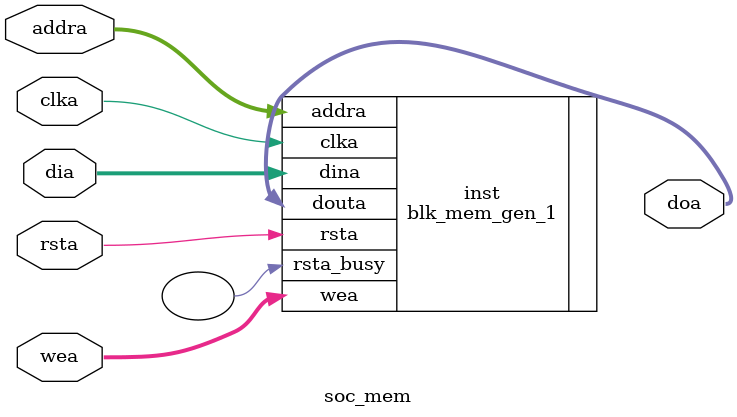
<source format=v>
`timescale 1ns / 1ps

module soc_mem ( doa, dia, addra, clka, wea, rsta );

	output [31:0] doa;

	input  [31:0] dia;
	input  [11:0] addra;
	input  [3:0] wea;
	input  clka;
	input  rsta;


	blk_mem_gen_1 inst (
		.clka(clka),            // input wire clka
		.rsta(rsta),            // input wire rsta
		.wea(wea),              // input wire [3 : 0] wea
		.addra(addra),          // input wire [31 : 0] addra
		.dina(dia),            // input wire [31 : 0] dina
		.douta(doa),          // output wire [31 : 0] douta
		.rsta_busy()  // output wire rsta_busy
	);


endmodule
</source>
